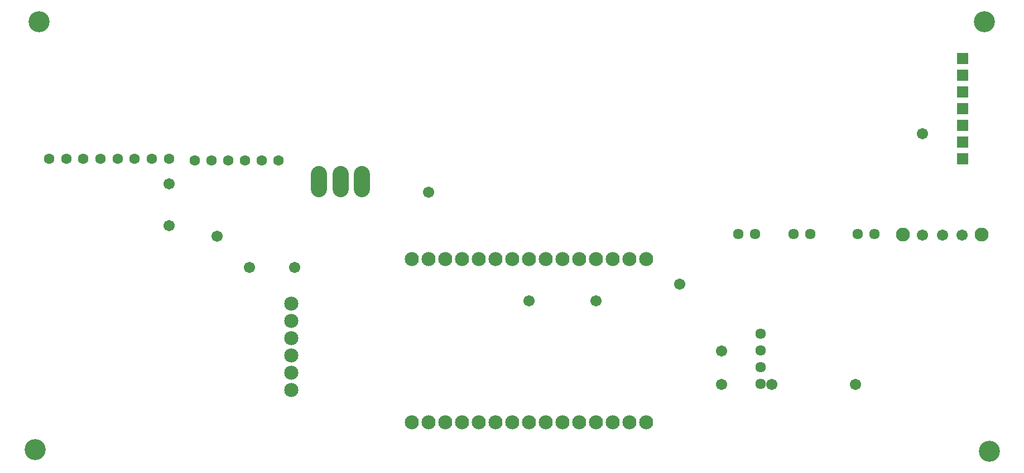
<source format=gbr>
G04 EAGLE Gerber RS-274X export*
G75*
%MOMM*%
%FSLAX34Y34*%
%LPD*%
%INSoldermask Bottom*%
%IPPOS*%
%AMOC8*
5,1,8,0,0,1.08239X$1,22.5*%
G01*
%ADD10C,3.203200*%
%ADD11C,2.133600*%
%ADD12C,1.711200*%
%ADD13C,2.108200*%
%ADD14C,1.611200*%
%ADD15R,1.711200X1.711200*%
%ADD16C,2.153200*%
%ADD17C,1.602200*%
%ADD18C,2.453200*%
%ADD19C,1.703200*%


D10*
X31750Y678180D03*
X25400Y27940D03*
X1473200Y25400D03*
X1465580Y678180D03*
D11*
X952600Y317010D03*
X927200Y317010D03*
X901800Y317010D03*
X876400Y317010D03*
X851000Y317010D03*
X825600Y317010D03*
X800200Y317010D03*
X774800Y317010D03*
X749400Y317010D03*
X724000Y317010D03*
X698600Y317010D03*
X673200Y317010D03*
X647800Y317010D03*
X622400Y317010D03*
X597000Y317010D03*
X952600Y69310D03*
X927200Y69310D03*
X901800Y69310D03*
X876400Y69310D03*
X851000Y69310D03*
X825600Y69310D03*
X800200Y69310D03*
X774800Y69310D03*
X749400Y69310D03*
X724000Y69310D03*
X698600Y69310D03*
X673200Y69310D03*
X647800Y69310D03*
X622400Y69310D03*
X597000Y69310D03*
D12*
X1372080Y354150D03*
X1402080Y354150D03*
X1432080Y354150D03*
D13*
X1342080Y354330D03*
X1462080Y354330D03*
D14*
X1273810Y355600D03*
X1299210Y355600D03*
D15*
X1432560Y546100D03*
X1432560Y520700D03*
X1432560Y495300D03*
X1432560Y469900D03*
X1432560Y571500D03*
X1432560Y596900D03*
X1432560Y622300D03*
D14*
X1126490Y127540D03*
X1126490Y152940D03*
X1126490Y178340D03*
X1126490Y203740D03*
D16*
X414580Y249390D03*
X414580Y223190D03*
X414580Y196990D03*
X414580Y170790D03*
X414580Y144590D03*
X414580Y118390D03*
D14*
X1176020Y355600D03*
X1201420Y355600D03*
X1092200Y355600D03*
X1117600Y355600D03*
D17*
X394945Y467600D03*
X369545Y467600D03*
X344145Y467600D03*
X318745Y467600D03*
X293345Y467600D03*
X267945Y467600D03*
X228845Y470145D03*
X202845Y470145D03*
X176845Y470145D03*
X150845Y470145D03*
X124845Y470145D03*
X98845Y470145D03*
X72845Y470145D03*
X46845Y470145D03*
D18*
X455930Y446860D02*
X455930Y424360D01*
X488430Y424360D02*
X488430Y446860D01*
X520930Y446860D02*
X520930Y424360D01*
D19*
X1143000Y127000D03*
X1270000Y127000D03*
X1066800Y127000D03*
X1066800Y177800D03*
X419100Y304800D03*
X350520Y304800D03*
X228600Y431800D03*
X228600Y368300D03*
X1371600Y508000D03*
X622300Y419100D03*
X1003300Y279400D03*
X774700Y254000D03*
X876300Y254000D03*
X301689Y352489D03*
M02*

</source>
